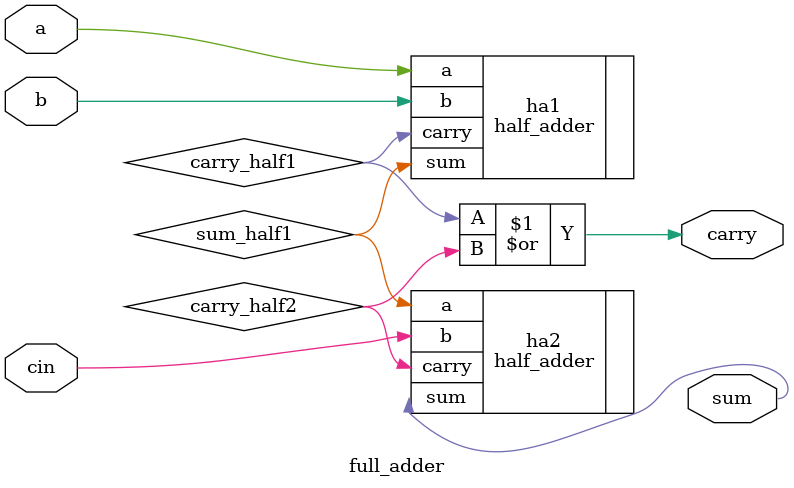
<source format=v>

module full_adder(

    input wire a,
    input wire b,
    input wire cin,
    output wire sum,
    output wire carry
);
    wire sum_half1;
    wire carry_half1;
    wire carry_half2;

    // First half adder
    half_adder ha1 (
        .a(a),
        .b(b),
        .sum(sum_half1),
        .carry(carry_half1)
    );

    // Second half adder
    half_adder ha2 (
        .a(sum_half1),
        .b(cin),
        .sum(sum),
        .carry(carry_half2)
    );

    // Final carry output
    assign carry = carry_half1 | carry_half2;

endmodule
</source>
